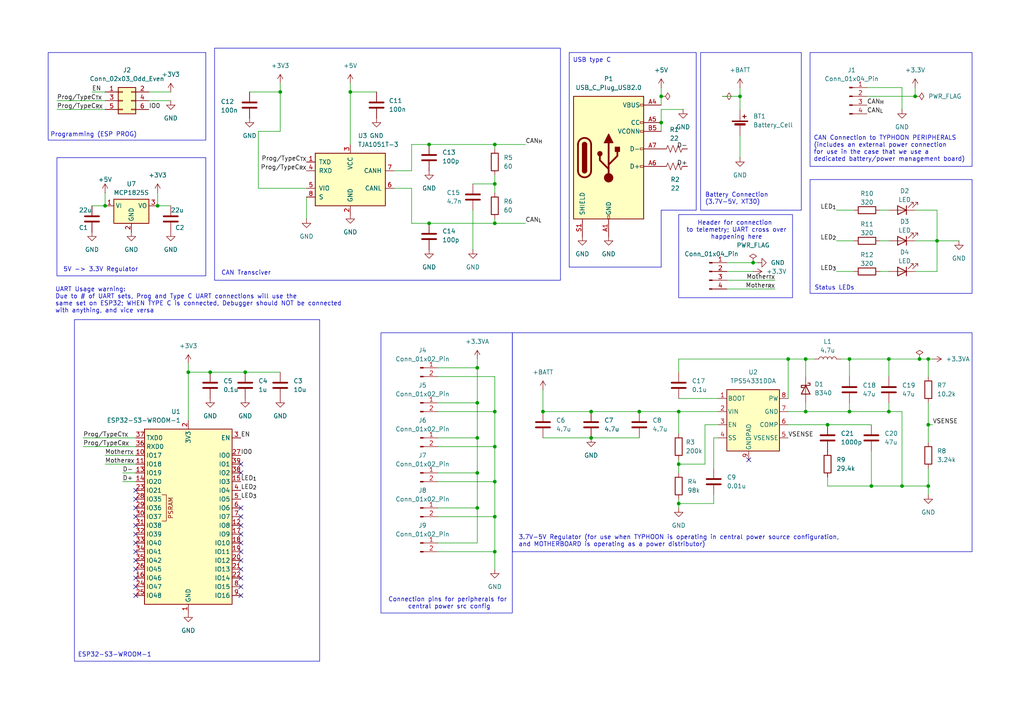
<source format=kicad_sch>
(kicad_sch (version 20231120) (generator "eeschema") (generator_version "8.0")
  (paper "A4")
  (lib_symbols
    (symbol "+3.3V_1" (power) (pin_numbers hide) (pin_names (offset 0) hide)
      (property "Value" "+3.3V" (at 0 3.556 0))
      (symbol "+3.3V_1_1_1"
        (pin power_in line (at 0 0 90) (length 0) (name "~") (number "1"))
      )
    )
    (symbol "Connector:Conn_01x02_Pin" (pin_names (offset 1.016) hide)
      (property "Reference" "J" (at 0 2.54 0))
      (property "Value" "Conn_01x02_Pin" (at 0 -5.08 0))
      (symbol "Conn_01x02_Pin_1_1"
        (pin passive line (at 5.08 0 180) (length 3.81) (name "Pin_1") (number "1"))
        (pin passive line (at 5.08 -2.54 180) (length 3.81) (name "Pin_2") (number "2"))
      )
    )
    (symbol "Connector:Conn_01x04_Pin" (pin_names (offset 1.016) hide)
      (property "Reference" "J" (at 0 5.08 0))
      (property "Value" "Conn_01x04_Pin" (at 0 -7.62 0))
      (symbol "Conn_01x04_Pin_1_1"
        (pin passive line (at 5.08 2.54 180) (length 3.81) (name "Pin_1") (number "1"))
        (pin passive line (at 5.08 0 180) (length 3.81) (name "Pin_2") (number "2"))
        (pin passive line (at 5.08 -2.54 180) (length 3.81) (name "Pin_3") (number "3"))
        (pin passive line (at 5.08 -5.08 180) (length 3.81) (name "Pin_4") (number "4"))
      )
    )
    (symbol "Connector:USB_C_Plug_USB2.0" (pin_names (offset 1.016))
      (property "Reference" "P" (at -10.16 19.05 0))
      (property "Value" "USB_C_Plug_USB2.0" (at 12.7 19.05 0))
      (symbol "USB_C_Plug_USB2.0_1_1"
        (pin passive line (at 0 -22.86 90) (length 5.08) (name "GND") (number "A1"))
        (pin passive line (at 0 -22.86 90) (length 5.08) hide (name "GND") (number "A12"))
        (pin passive line (at 15.24 15.24 180) (length 5.08) (name "VBUS") (number "A4"))
        (pin bidirectional line (at 15.24 10.16 180) (length 5.08) (name "CC") (number "A5"))
        (pin bidirectional line (at 15.24 -2.54 180) (length 5.08) (name "D+") (number "A6"))
        (pin bidirectional line (at 15.24 2.54 180) (length 5.08) (name "D-") (number "A7"))
        (pin passive line (at 15.24 15.24 180) (length 5.08) hide (name "VBUS") (number "A9"))
        (pin passive line (at 0 -22.86 90) (length 5.08) hide (name "GND") (number "B1"))
        (pin passive line (at 0 -22.86 90) (length 5.08) hide (name "GND") (number "B12"))
        (pin passive line (at 15.24 15.24 180) (length 5.08) hide (name "VBUS") (number "B4"))
        (pin bidirectional line (at 15.24 7.62 180) (length 5.08) (name "VCONN") (number "B5"))
        (pin passive line (at 15.24 15.24 180) (length 5.08) hide (name "VBUS") (number "B9"))
        (pin passive line (at -7.62 -22.86 90) (length 5.08) (name "SHIELD") (number "S1"))
      )
    )
    (symbol "Connector_Generic:Conn_02x03_Odd_Even" (pin_names (offset 1.016) hide)
      (property "Reference" "J" (at 1.27 5.08 0))
      (property "Value" "Conn_02x03_Odd_Even" (at 1.27 -5.08 0))
      (symbol "Conn_02x03_Odd_Even_1_1"
        (pin passive line (at -5.08 2.54 0) (length 3.81) (name "Pin_1") (number "1"))
        (pin passive line (at 7.62 2.54 180) (length 3.81) (name "Pin_2") (number "2"))
        (pin passive line (at -5.08 0 0) (length 3.81) (name "Pin_3") (number "3"))
        (pin passive line (at 7.62 0 180) (length 3.81) (name "Pin_4") (number "4"))
        (pin passive line (at -5.08 -2.54 0) (length 3.81) (name "Pin_5") (number "5"))
        (pin passive line (at 7.62 -2.54 180) (length 3.81) (name "Pin_6") (number "6"))
      )
    )
    (symbol "Device:Battery_Cell" (pin_numbers hide) (pin_names (offset 0) hide)
      (property "Reference" "BT" (at 2.54 2.54 0))
      (property "Value" "Battery_Cell" (at 2.54 0 0))
      (symbol "Battery_Cell_1_1"
        (pin passive line (at 0 5.08 270) (length 2.54) (name "+") (number "1"))
        (pin passive line (at 0 -2.54 90) (length 2.54) (name "-") (number "2"))
      )
    )
    (symbol "Device:C" (pin_numbers hide) (pin_names (offset 0.254))
      (property "Reference" "C" (at 0.635 2.54 0))
      (property "Value" "C" (at 0.635 -2.54 0))
      (symbol "C_1_1"
        (pin passive line (at 0 3.81 270) (length 2.794) (name "~") (number "1"))
        (pin passive line (at 0 -3.81 90) (length 2.794) (name "~") (number "2"))
      )
    )
    (symbol "Device:L" (pin_numbers hide) (pin_names (offset 1.016) hide)
      (property "Reference" "L" (at -1.27 0 90))
      (property "Value" "L" (at 1.905 0 90))
      (symbol "L_1_1"
        (pin passive line (at 0 3.81 270) (length 1.27) (name "1") (number "1"))
        (pin passive line (at 0 -3.81 90) (length 1.27) (name "2") (number "2"))
      )
    )
    (symbol "Device:LED" (pin_numbers hide) (pin_names (offset 1.016) hide)
      (property "Reference" "D" (at 0 2.54 0))
      (property "Value" "LED" (at 0 -2.54 0))
      (symbol "LED_1_1"
        (pin passive line (at -3.81 0 0) (length 2.54) (name "K") (number "1"))
        (pin passive line (at 3.81 0 180) (length 2.54) (name "A") (number "2"))
      )
    )
    (symbol "Device:R" (pin_numbers hide) (pin_names (offset 0))
      (property "Reference" "R" (at 2.032 0 90))
      (property "Value" "R" (at 0 0 90))
      (symbol "R_1_1"
        (pin passive line (at 0 3.81 270) (length 1.27) (name "~") (number "1"))
        (pin passive line (at 0 -3.81 90) (length 1.27) (name "~") (number "2"))
      )
    )
    (symbol "Device:R_US" (pin_numbers hide) (pin_names (offset 0))
      (property "Reference" "R" (at 2.54 0 90))
      (property "Value" "R_US" (at -2.54 0 90))
      (symbol "R_US_1_1"
        (pin passive line (at 0 3.81 270) (length 1.27) (name "~") (number "1"))
        (pin passive line (at 0 -3.81 90) (length 1.27) (name "~") (number "2"))
      )
    )
    (symbol "Diode:B340" (pin_numbers hide) (pin_names (offset 1.016) hide)
      (property "Reference" "D" (at 0 2.54 0))
      (property "Value" "B340" (at 0 -2.54 0))
      (symbol "B340_1_1"
        (pin passive line (at -3.81 0 0) (length 2.54) (name "K") (number "1"))
        (pin passive line (at 3.81 0 180) (length 2.54) (name "A") (number "2"))
      )
    )
    (symbol "GND_2" (power) (pin_numbers hide) (pin_names (offset 0) hide)
      (property "Value" "GND" (at 0 -3.81 0))
      (symbol "GND_2_1_1"
        (pin power_in line (at 0 0 270) (length 0) (name "~") (number "1"))
      )
    )
    (symbol "Interface_CAN_LIN:TJA1051T-3" (pin_names (offset 1.016))
      (property "Reference" "U" (at -10.16 8.89 0))
      (property "Value" "TJA1051T-3" (at 1.27 8.89 0))
      (symbol "TJA1051T-3_1_1"
        (pin input line (at -12.7 5.08 0) (length 2.54) (name "TXD") (number "1"))
        (pin power_in line (at 0 -10.16 90) (length 2.54) (name "GND") (number "2"))
        (pin power_in line (at 0 10.16 270) (length 2.54) (name "VCC") (number "3"))
        (pin output line (at -12.7 2.54 0) (length 2.54) (name "RXD") (number "4"))
        (pin power_in line (at -12.7 -2.54 0) (length 2.54) (name "VIO") (number "5"))
        (pin bidirectional line (at 12.7 -2.54 180) (length 2.54) (name "CANL") (number "6"))
        (pin bidirectional line (at 12.7 2.54 180) (length 2.54) (name "CANH") (number "7"))
        (pin input line (at -12.7 -5.08 0) (length 2.54) (name "S") (number "8"))
      )
    )
    (symbol "RF_Module:ESP32-S3-WROOM-1"
      (property "Reference" "U" (at -12.7 26.67 0))
      (property "Value" "ESP32-S3-WROOM-1" (at 12.7 26.67 0))
      (symbol "ESP32-S3-WROOM-1_0_0"
        (text "PSRAM" (at 5.08 2.54 900) (effects (font (size 1.27 1.27))))
      )
      (symbol "ESP32-S3-WROOM-1_1_1"
        (pin power_in line (at 0 -27.94 90) (length 2.54) (name "GND") (number "1"))
        (pin bidirectional line (at 15.24 17.78 180) (length 2.54) (name "IO17") (number "10"))
        (pin bidirectional line (at 15.24 15.24 180) (length 2.54) (name "IO18") (number "11"))
        (pin bidirectional line (at -15.24 -2.54 0) (length 2.54) (name "IO8") (number "12"))
        (pin bidirectional line (at 15.24 12.7 180) (length 2.54) (name "IO19") (number "13"))
        (pin bidirectional line (at 15.24 10.16 180) (length 2.54) (name "IO20") (number "14"))
        (pin bidirectional line (at -15.24 10.16 0) (length 2.54) (name "IO3") (number "15"))
        (pin bidirectional line (at 15.24 -17.78 180) (length 2.54) (name "IO46") (number "16"))
        (pin bidirectional line (at -15.24 -5.08 0) (length 2.54) (name "IO9") (number "17"))
        (pin bidirectional line (at -15.24 -7.62 0) (length 2.54) (name "IO10") (number "18"))
        (pin bidirectional line (at -15.24 -10.16 0) (length 2.54) (name "IO11") (number "19"))
        (pin power_in line (at 0 27.94 270) (length 2.54) (name "3V3") (number "2"))
        (pin bidirectional line (at -15.24 -12.7 0) (length 2.54) (name "IO12") (number "20"))
        (pin bidirectional line (at -15.24 -15.24 0) (length 2.54) (name "IO13") (number "21"))
        (pin bidirectional line (at -15.24 -17.78 0) (length 2.54) (name "IO14") (number "22"))
        (pin bidirectional line (at 15.24 7.62 180) (length 2.54) (name "IO21") (number "23"))
        (pin bidirectional line (at 15.24 -20.32 180) (length 2.54) (name "IO47") (number "24"))
        (pin bidirectional line (at 15.24 -22.86 180) (length 2.54) (name "IO48") (number "25"))
        (pin bidirectional line (at 15.24 -15.24 180) (length 2.54) (name "IO45") (number "26"))
        (pin bidirectional line (at -15.24 17.78 0) (length 2.54) (name "IO0") (number "27"))
        (pin bidirectional line (at 15.24 5.08 180) (length 2.54) (name "IO35") (number "28"))
        (pin bidirectional line (at 15.24 2.54 180) (length 2.54) (name "IO36") (number "29"))
        (pin input line (at -15.24 22.86 0) (length 2.54) (name "EN") (number "3"))
        (pin bidirectional line (at 15.24 0 180) (length 2.54) (name "IO37") (number "30"))
        (pin bidirectional line (at 15.24 -2.54 180) (length 2.54) (name "IO38") (number "31"))
        (pin bidirectional line (at 15.24 -5.08 180) (length 2.54) (name "IO39") (number "32"))
        (pin bidirectional line (at 15.24 -7.62 180) (length 2.54) (name "IO40") (number "33"))
        (pin bidirectional line (at 15.24 -10.16 180) (length 2.54) (name "IO41") (number "34"))
        (pin bidirectional line (at 15.24 -12.7 180) (length 2.54) (name "IO42") (number "35"))
        (pin bidirectional line (at 15.24 20.32 180) (length 2.54) (name "RXD0") (number "36"))
        (pin bidirectional line (at 15.24 22.86 180) (length 2.54) (name "TXD0") (number "37"))
        (pin bidirectional line (at -15.24 12.7 0) (length 2.54) (name "IO2") (number "38"))
        (pin bidirectional line (at -15.24 15.24 0) (length 2.54) (name "IO1") (number "39"))
        (pin bidirectional line (at -15.24 7.62 0) (length 2.54) (name "IO4") (number "4"))
        (pin passive line (at 0 -27.94 90) (length 2.54) hide (name "GND") (number "40"))
        (pin passive line (at 0 -27.94 90) (length 2.54) hide (name "GND") (number "41"))
        (pin bidirectional line (at -15.24 5.08 0) (length 2.54) (name "IO5") (number "5"))
        (pin bidirectional line (at -15.24 2.54 0) (length 2.54) (name "IO6") (number "6"))
        (pin bidirectional line (at -15.24 0 0) (length 2.54) (name "IO7") (number "7"))
        (pin bidirectional line (at -15.24 -20.32 0) (length 2.54) (name "IO15") (number "8"))
        (pin bidirectional line (at -15.24 -22.86 0) (length 2.54) (name "IO16") (number "9"))
      )
    )
    (symbol "Regulator_Linear:MCP1825S"
      (property "Reference" "U" (at -3.81 3.175 0))
      (property "Value" "MCP1825S" (at 0 3.175 0))
      (symbol "MCP1825S_1_1"
        (pin power_in line (at -7.62 0 0) (length 2.54) (name "VI") (number "1"))
        (pin power_in line (at 0 -7.62 90) (length 2.54) (name "GND") (number "2"))
        (pin power_out line (at 7.62 0 180) (length 2.54) (name "VO") (number "3"))
      )
    )
    (symbol "Regulator_Switching:TPS54360DDA" (pin_names (offset 0.254))
      (property "Reference" "U2" (at 0 12.7 0))
      (property "Value" "TPS54360DDA" (at 0 10.16 0))
      (symbol "TPS54360DDA_1_1"
        (pin input line (at -10.16 5.08 0) (length 2.54) (name "BOOT") (number "1"))
        (pin power_in line (at -10.16 1.27 0) (length 2.54) (name "VIN") (number "2"))
        (pin input line (at -10.16 -2.54 0) (length 2.54) (name "EN") (number "3"))
        (pin input line (at -10.16 -6.35 0) (length 2.54) (name "SS") (number "4"))
        (pin input line (at 10.16 -6.35 180) (length 2.54) (name "VSENSE") (number "5"))
        (pin passive line (at 10.16 -2.54 180) (length 2.54) (name "COMP") (number "6"))
        (pin power_in line (at 10.16 1.27 180) (length 2.54) (name "GND") (number "7"))
        (pin output line (at 10.16 5.08 180) (length 2.54) (name "PW") (number "8"))
        (pin power_in line (at -1.27 -12.7 90) (length 2.54) (name "GNDPAD") (number "9"))
      )
    )
    (symbol "power:+3.3V" (power) (pin_names (offset 0))
      (property "Value" "+3.3V" (at 0 3.556 0))
      (symbol "+3.3V_1_1"
        (pin power_in line (at 0 0 90) (length 0) hide (name "+3.3V") (number "1"))
      )
    )
    (symbol "power:+3.3VA" (power) (pin_numbers hide) (pin_names (offset 0) hide)
      (property "Value" "+3.3VA" (at 0 3.556 0))
      (symbol "+3.3VA_1_1"
        (pin power_in line (at 0 0 90) (length 0) (name "~") (number "1"))
      )
    )
    (symbol "power:+3V3" (power) (pin_numbers hide) (pin_names (offset 0) hide)
      (property "Value" "+3V3" (at 0 3.556 0))
      (symbol "+3V3_1_1"
        (pin power_in line (at 0 0 90) (length 0) (name "~") (number "1"))
      )
    )
    (symbol "power:+5V" (power) (pin_numbers hide) (pin_names (offset 0) hide)
      (property "Value" "+5V" (at 0 3.556 0))
      (symbol "+5V_1_1"
        (pin power_in line (at 0 0 90) (length 0) (name "~") (number "1"))
      )
    )
    (symbol "power:+BATT" (power) (pin_numbers hide) (pin_names (offset 0) hide)
      (property "Value" "+BATT" (at 0 3.556 0))
      (symbol "+BATT_1_1"
        (pin power_in line (at 0 0 90) (length 0) (name "~") (number "1"))
      )
    )
    (symbol "power:GND" (power) (pin_numbers hide) (pin_names (offset 0) hide)
      (property "Value" "GND" (at 0 -3.81 0))
      (symbol "GND_1_1"
        (pin power_in line (at 0 0 270) (length 0) (name "~") (number "1"))
      )
    )
    (symbol "power:PWR_FLAG" (power) (pin_numbers hide) (pin_names (offset 0) hide)
      (property "Value" "PWR_FLAG" (at 0 3.81 0))
      (symbol "PWR_FLAG_0_0"
        (pin power_out line (at 0 0 90) (length 0) (name "~") (number "1"))
      )
    )
  )
  (junction (at 185.42 119.38))
  (junction (at 138.43 137.16))
  (junction (at 252.73 140.97))
  (junction (at 196.85 146.05))
  (junction (at 54.61 107.95))
  (junction (at 218.44 76.2))
  (junction (at 191.77 35.56))
  (junction (at 171.45 127))
  (junction (at 143.51 139.7))
  (junction (at 143.51 64.77))
  (junction (at 228.6 104.14))
  (junction (at 246.38 104.14))
  (junction (at 143.51 160.02))
  (junction (at 240.03 123.19))
  (junction (at 30.48 59.69))
  (junction (at 143.51 149.86))
  (junction (at 269.24 140.97))
  (junction (at 171.45 119.38))
  (junction (at 257.81 104.14))
  (junction (at 246.38 119.38))
  (junction (at 124.46 41.91))
  (junction (at 143.51 53.34))
  (junction (at 233.68 119.38))
  (junction (at 124.46 64.77))
  (junction (at 138.43 106.68))
  (junction (at 138.43 127))
  (junction (at 271.78 69.85))
  (junction (at 138.43 147.32))
  (junction (at 138.43 116.84))
  (junction (at 214.63 27.94))
  (junction (at 143.51 119.38))
  (junction (at 261.62 140.97))
  (junction (at 71.12 107.95))
  (junction (at 81.28 26.67))
  (junction (at 257.81 119.38))
  (junction (at 60.96 107.95))
  (junction (at 269.24 104.14))
  (junction (at 196.85 119.38))
  (junction (at 101.6 26.67))
  (junction (at 157.48 119.38))
  (junction (at 196.85 134.62))
  (junction (at 45.72 59.69))
  (junction (at 269.24 123.19))
  (junction (at 191.77 27.94))
  (junction (at 143.51 41.91))
  (junction (at 143.51 129.54))
  (junction (at 233.68 104.14))
  (junction (at 265.43 27.94))
  (junction (at 266.7 104.14))
  (no_connect (at 69.85 149.86))
  (no_connect (at 39.37 172.72))
  (no_connect (at 39.37 160.02))
  (no_connect (at 39.37 154.94))
  (no_connect (at 69.85 147.32))
  (no_connect (at 39.37 147.32))
  (no_connect (at 69.85 137.16))
  (no_connect (at 69.85 162.56))
  (no_connect (at 69.85 167.64))
  (no_connect (at 69.85 160.02))
  (no_connect (at 39.37 142.24))
  (no_connect (at 69.85 157.48))
  (no_connect (at 39.37 144.78))
  (no_connect (at 39.37 165.1))
  (no_connect (at 69.85 172.72))
  (no_connect (at 69.85 154.94))
  (no_connect (at 39.37 170.18))
  (no_connect (at 39.37 152.4))
  (no_connect (at 69.85 165.1))
  (no_connect (at 39.37 162.56))
  (no_connect (at 69.85 134.62))
  (no_connect (at 69.85 152.4))
  (no_connect (at 39.37 167.64))
  (no_connect (at 39.37 157.48))
  (no_connect (at 217.17 133.35))
  (no_connect (at 69.85 170.18))
  (no_connect (at 39.37 149.86))
  (wire (pts (xy 243.84 104.14) (xy 246.38 104.14)))
  (wire (pts (xy 157.48 119.38) (xy 171.45 119.38)))
  (wire (pts (xy 157.48 113.03) (xy 157.48 119.38)))
  (wire (pts (xy 49.53 59.69) (xy 45.72 59.69)))
  (wire (pts (xy 30.48 55.88) (xy 30.48 59.69)))
  (wire (pts (xy 24.13 129.54) (xy 39.37 129.54)))
  (wire (pts (xy 157.48 127) (xy 171.45 127)))
  (wire (pts (xy 233.68 109.22) (xy 233.68 104.14)))
  (wire (pts (xy 196.85 134.62) (xy 196.85 137.16)))
  (wire (pts (xy 191.77 35.56) (xy 191.77 38.1)))
  (wire (pts (xy 269.24 123.19) (xy 269.24 128.27)))
  (wire (pts (xy 271.78 69.85) (xy 271.78 78.74)))
  (wire (pts (xy 261.62 25.4) (xy 251.46 25.4)))
  (wire (pts (xy 198.12 31.75) (xy 191.77 31.75)))
  (wire (pts (xy 257.81 119.38) (xy 261.62 119.38)))
  (wire (pts (xy 266.7 104.14) (xy 269.24 104.14)))
  (wire (pts (xy 265.43 25.4) (xy 265.43 27.94)))
  (wire (pts (xy 196.85 119.38) (xy 196.85 125.73)))
  (wire (pts (xy 204.47 134.62) (xy 196.85 134.62)))
  (wire (pts (xy 26.67 59.69) (xy 30.48 59.69)))
  (wire (pts (xy 127 149.86) (xy 143.51 149.86)))
  (wire (pts (xy 16.51 29.21) (xy 30.48 29.21)))
  (wire (pts (xy 119.38 64.77) (xy 119.38 54.61)))
  (wire (pts (xy 255.27 69.85) (xy 257.81 69.85)))
  (wire (pts (xy 240.03 140.97) (xy 252.73 140.97)))
  (wire (pts (xy 143.51 63.5) (xy 143.51 64.77)))
  (wire (pts (xy 265.43 27.94) (xy 251.46 27.94)))
  (wire (pts (xy 196.85 147.32) (xy 196.85 146.05)))
  (wire (pts (xy 88.9 63.5) (xy 88.9 57.15)))
  (wire (pts (xy 185.42 119.38) (xy 196.85 119.38)))
  (wire (pts (xy 101.6 24.13) (xy 101.6 26.67)))
  (polyline (pts (xy 201.93 60.96) (xy 191.77 60.96)))
  (wire (pts (xy 54.61 105.41) (xy 54.61 107.95)))
  (wire (pts (xy 127 139.7) (xy 143.51 139.7)))
  (wire (pts (xy 137.16 72.39) (xy 137.16 60.96)))
  (wire (pts (xy 240.03 123.19) (xy 252.73 123.19)))
  (wire (pts (xy 114.3 49.53) (xy 119.38 49.53)))
  (wire (pts (xy 233.68 119.38) (xy 246.38 119.38)))
  (wire (pts (xy 246.38 119.38) (xy 257.81 119.38)))
  (polyline (pts (xy 165.1 15.24) (xy 201.93 15.24)))
  (wire (pts (xy 49.53 29.21) (xy 43.18 29.21)))
  (wire (pts (xy 252.73 130.81) (xy 252.73 140.97)))
  (wire (pts (xy 127 157.48) (xy 138.43 157.48)))
  (wire (pts (xy 196.85 146.05) (xy 207.01 146.05)))
  (wire (pts (xy 71.12 107.95) (xy 81.28 107.95)))
  (wire (pts (xy 81.28 24.13) (xy 81.28 26.67)))
  (wire (pts (xy 265.43 69.85) (xy 271.78 69.85)))
  (wire (pts (xy 233.68 104.14) (xy 228.6 104.14)))
  (wire (pts (xy 246.38 104.14) (xy 257.81 104.14)))
  (wire (pts (xy 127 129.54) (xy 143.51 129.54)))
  (wire (pts (xy 60.96 107.95) (xy 71.12 107.95)))
  (wire (pts (xy 138.43 104.14) (xy 138.43 106.68)))
  (wire (pts (xy 196.85 104.14) (xy 228.6 104.14)))
  (polyline (pts (xy 191.77 60.96) (xy 191.77 77.47)))
  (wire (pts (xy 101.6 26.67) (xy 101.6 41.91)))
  (wire (pts (xy 143.51 160.02) (xy 143.51 165.1)))
  (wire (pts (xy 246.38 104.14) (xy 246.38 109.22)))
  (wire (pts (xy 214.63 39.37) (xy 214.63 45.72)))
  (wire (pts (xy 171.45 127) (xy 185.42 127)))
  (wire (pts (xy 26.67 26.67) (xy 30.48 26.67)))
  (wire (pts (xy 214.63 27.94) (xy 209.55 27.94)))
  (wire (pts (xy 210.82 81.28) (xy 224.79 81.28)))
  (wire (pts (xy 207.01 135.89) (xy 207.01 127)))
  (wire (pts (xy 74.93 38.1) (xy 81.28 38.1)))
  (wire (pts (xy 143.51 41.91) (xy 152.4 41.91)))
  (wire (pts (xy 127 127) (xy 138.43 127)))
  (wire (pts (xy 191.77 27.94) (xy 191.77 30.48)))
  (wire (pts (xy 257.81 104.14) (xy 266.7 104.14)))
  (wire (pts (xy 271.78 78.74) (xy 265.43 78.74)))
  (wire (pts (xy 261.62 140.97) (xy 269.24 140.97)))
  (wire (pts (xy 119.38 49.53) (xy 119.38 41.91)))
  (wire (pts (xy 255.27 78.74) (xy 257.81 78.74)))
  (wire (pts (xy 124.46 41.91) (xy 143.51 41.91)))
  (wire (pts (xy 207.01 143.51) (xy 207.01 146.05)))
  (wire (pts (xy 257.81 116.84) (xy 257.81 119.38)))
  (wire (pts (xy 74.93 38.1) (xy 74.93 54.61)))
  (wire (pts (xy 210.82 78.74) (xy 218.44 78.74)))
  (wire (pts (xy 218.44 76.2) (xy 219.71 76.2)))
  (wire (pts (xy 196.85 133.35) (xy 196.85 134.62)))
  (wire (pts (xy 143.51 109.22) (xy 143.51 119.38)))
  (polyline (pts (xy 165.1 15.24) (xy 165.1 77.47)))
  (wire (pts (xy 143.51 53.34) (xy 143.51 55.88)))
  (wire (pts (xy 208.28 123.19) (xy 204.47 123.19)))
  (wire (pts (xy 138.43 147.32) (xy 138.43 157.48)))
  (wire (pts (xy 143.51 53.34) (xy 143.51 50.8)))
  (wire (pts (xy 191.77 31.75) (xy 191.77 35.56)))
  (wire (pts (xy 208.28 119.38) (xy 196.85 119.38)))
  (wire (pts (xy 228.6 119.38) (xy 233.68 119.38)))
  (wire (pts (xy 269.24 140.97) (xy 269.24 135.89)))
  (wire (pts (xy 240.03 138.43) (xy 240.03 140.97)))
  (wire (pts (xy 127 109.22) (xy 143.51 109.22)))
  (wire (pts (xy 24.13 127) (xy 39.37 127)))
  (wire (pts (xy 109.22 26.67) (xy 101.6 26.67)))
  (wire (pts (xy 143.51 64.77) (xy 152.4 64.77)))
  (wire (pts (xy 138.43 116.84) (xy 138.43 127)))
  (wire (pts (xy 191.77 25.4) (xy 191.77 27.94)))
  (wire (pts (xy 270.51 123.19) (xy 269.24 123.19)))
  (wire (pts (xy 233.68 119.38) (xy 233.68 116.84)))
  (wire (pts (xy 54.61 107.95) (xy 54.61 121.92)))
  (wire (pts (xy 171.45 119.38) (xy 185.42 119.38)))
  (wire (pts (xy 143.51 149.86) (xy 143.51 160.02)))
  (wire (pts (xy 143.51 119.38) (xy 143.51 129.54)))
  (wire (pts (xy 269.24 140.97) (xy 269.24 143.51)))
  (polyline (pts (xy 201.93 15.24) (xy 201.93 60.96)))
  (wire (pts (xy 119.38 64.77) (xy 124.46 64.77)))
  (wire (pts (xy 143.51 129.54) (xy 143.51 139.7)))
  (wire (pts (xy 138.43 127) (xy 138.43 137.16)))
  (wire (pts (xy 210.82 76.2) (xy 218.44 76.2)))
  (wire (pts (xy 214.63 25.4) (xy 214.63 27.94)))
  (wire (pts (xy 35.56 139.7) (xy 39.37 139.7)))
  (wire (pts (xy 45.72 55.88) (xy 45.72 59.69)))
  (wire (pts (xy 261.62 119.38) (xy 261.62 140.97)))
  (wire (pts (xy 138.43 137.16) (xy 138.43 147.32)))
  (wire (pts (xy 204.47 123.19) (xy 204.47 134.62)))
  (wire (pts (xy 127 147.32) (xy 138.43 147.32)))
  (wire (pts (xy 124.46 64.77) (xy 143.51 64.77)))
  (wire (pts (xy 30.48 132.08) (xy 39.37 132.08)))
  (wire (pts (xy 214.63 27.94) (xy 214.63 31.75)))
  (wire (pts (xy 196.85 144.78) (xy 196.85 146.05)))
  (wire (pts (xy 196.85 107.95) (xy 196.85 104.14)))
  (wire (pts (xy 207.01 127) (xy 208.28 127)))
  (wire (pts (xy 16.51 31.75) (xy 30.48 31.75)))
  (wire (pts (xy 127 106.68) (xy 138.43 106.68)))
  (wire (pts (xy 255.27 60.96) (xy 257.81 60.96)))
  (wire (pts (xy 49.53 26.67) (xy 43.18 26.67)))
  (wire (pts (xy 242.57 78.74) (xy 247.65 78.74)))
  (wire (pts (xy 210.82 83.82) (xy 224.79 83.82)))
  (wire (pts (xy 228.6 104.14) (xy 228.6 115.57)))
  (wire (pts (xy 271.78 60.96) (xy 271.78 69.85)))
  (wire (pts (xy 269.24 104.14) (xy 269.24 109.22)))
  (wire (pts (xy 228.6 123.19) (xy 240.03 123.19)))
  (wire (pts (xy 196.85 115.57) (xy 208.28 115.57)))
  (wire (pts (xy 143.51 139.7) (xy 143.51 149.86)))
  (wire (pts (xy 119.38 41.91) (xy 124.46 41.91)))
  (wire (pts (xy 127 116.84) (xy 138.43 116.84)))
  (wire (pts (xy 257.81 104.14) (xy 257.81 109.22)))
  (wire (pts (xy 271.78 69.85) (xy 278.13 69.85)))
  (wire (pts (xy 246.38 116.84) (xy 246.38 119.38)))
  (wire (pts (xy 138.43 106.68) (xy 138.43 116.84)))
  (wire (pts (xy 261.62 31.75) (xy 261.62 25.4)))
  (wire (pts (xy 143.51 41.91) (xy 143.51 43.18)))
  (wire (pts (xy 127 160.02) (xy 143.51 160.02)))
  (wire (pts (xy 81.28 26.67) (xy 81.28 38.1)))
  (wire (pts (xy 242.57 69.85) (xy 247.65 69.85)))
  (wire (pts (xy 137.16 53.34) (xy 143.51 53.34)))
  (wire (pts (xy 233.68 104.14) (xy 236.22 104.14)))
  (wire (pts (xy 252.73 140.97) (xy 261.62 140.97)))
  (wire (pts (xy 54.61 107.95) (xy 60.96 107.95)))
  (wire (pts (xy 269.24 104.14) (xy 270.51 104.14)))
  (wire (pts (xy 242.57 60.96) (xy 247.65 60.96)))
  (wire (pts (xy 72.39 26.67) (xy 81.28 26.67)))
  (wire (pts (xy 114.3 54.61) (xy 119.38 54.61)))
  (wire (pts (xy 30.48 134.62) (xy 39.37 134.62)))
  (wire (pts (xy 35.56 137.16) (xy 39.37 137.16)))
  (wire (pts (xy 127 119.38) (xy 143.51 119.38)))
  (wire (pts (xy 269.24 116.84) (xy 269.24 123.19)))
  (wire (pts (xy 265.43 60.96) (xy 271.78 60.96)))
  (wire (pts (xy 127 137.16) (xy 138.43 137.16)))
  (polyline (pts (xy 191.77 77.47) (xy 165.1 77.47)))
  (wire (pts (xy 88.9 54.61) (xy 74.93 54.61)))
  (rectangle (start 13.97 15.24) (end 59.69 40.64))
  (rectangle (start 21.59 92.71) (end 92.71 191.77))
  (rectangle (start 148.59 96.52) (end 281.94 160.02))
  (rectangle (start 234.95 52.07) (end 281.94 85.09))
  (rectangle (start 234.95 15.24) (end 281.94 48.26))
  (rectangle (start 203.2 15.24) (end 232.41 60.96))
  (rectangle (start 110.49 96.52) (end 148.59 177.8))
  (rectangle (start 62.23 13.97) (end 162.56 81.28))
  (rectangle (start 196.85 62.23) (end 229.87 86.36))
  (rectangle (start 16.51 45.72) (end 59.69 80.01))
  (text "Header for connection \nto telemetry; UART cross over\nhappening here\n\n\n" (at 213.614 68.834 0) (effects (font (size 1.27 1.27))))
  (text "Battery Connection\n(3.7V-5V, XT30)" (at 204.47 57.658 0) (effects (font (size 1.27 1.27)) (justify left)))
  (text "CAN Transciver" (at 71.374 79.248 0) (effects (font (size 1.27 1.27))))
  (text "Programming (ESP PROG)" (at 27.178 39.116 0) (effects (font (size 1.27 1.27))))
  (text "Status LEDs" (at 236.22 83.566 0) (effects (font (size 1.27 1.27)) (justify left)))
  (text "CAN Connection to TYPHOON PERIPHERALS\n(includes an external power connection\nfor use in the case that we use a\ndedicated battery/power management board)" (at 235.966 43.18 0) (effects (font (size 1.27 1.27)) (justify left)))
  (text "5V -> 3.3V Regulator" (at 29.21 78.232 0) (effects (font (size 1.27 1.27))))
  (text "3.7V-5V Regulator (for use when TYPHOON is operating in central power source configuration,\nand MOTHERBOARD is operating as a power distributor)" (at 150.368 156.972 0) (effects (font (size 1.27 1.27)) (justify left)))
  (text "USB type C\n" (at 171.704 17.526 0) (effects (font (size 1.27 1.27))))
  (text "ESP32-S3-WROOM-1" (at 33.274 189.992 0) (effects (font (size 1.27 1.27))))
  (text "UART Usage warning:\nDue to # of UART sets, Prog and Type C UART connections will use the \nsame set on ESP32; WHEN TYPE C is connected, Debugger should NOT be connected\nwith anything, and vice versa" (at 16.002 87.122 0) (effects (font (size 1.27 1.27)) (justify left)))
  (text "Connection pins for peripherals for \ncentral power src config\n" (at 130.302 175.006 0) (effects (font (size 1.27 1.27))))
  (label "CAN_{L}" (at 152.4 64.77 0))
  (label "D+" (at 199.39 48.26 180))
  (label "LED_{1}" (at 242.57 60.96 180))
  (label "VSENSE" (at 228.6 127 0))
  (label "EN" (at 69.85 127 0))
  (label "D-" (at 199.39 43.18 180))
  (label "Prog{slash}TypeC_{TX}" (at 88.9 46.99 180))
  (label "CAN_{L}" (at 251.46 33.02 0))
  (label "Prog{slash}TypeC_{TX}" (at 16.51 29.21 0))
  (label "LED_{3}" (at 242.57 78.74 180))
  (label "Prog{slash}TypeC_{RX}" (at 24.13 129.54 0))
  (label "Prog{slash}TypeC_{RX}" (at 88.9 49.53 180))
  (label "CAN_{H}" (at 152.4 41.91 0))
  (label "Mother_{TX}" (at 30.48 132.08 0))
  (label "Prog{slash}TypeC_{TX}" (at 24.13 127 0))
  (label "D-" (at 35.56 137.16 0))
  (label "Mother_{RX}" (at 224.79 83.82 180))
  (label "IO0" (at 69.85 132.08 0))
  (label "Mother_{RX}" (at 30.48 134.62 0))
  (label "LED_{3}" (at 69.85 144.78 0))
  (label "Mother_{TX}" (at 224.79 81.28 180))
  (label "LED_{1}" (at 69.85 139.7 0))
  (label "LED_{2}" (at 242.57 69.85 180))
  (label "IO0" (at 43.18 31.75 0))
  (label "CAN_{H}" (at 251.46 30.48 0))
  (label "Prog{slash}TypeC_{RX}" (at 16.51 31.75 0))
  (label "VSENSE" (at 270.51 123.19 0))
  (label "EN" (at 26.67 26.67 0))
  (label "LED_{2}" (at 69.85 142.24 0))
  (label "D+" (at 35.56 139.7 0))
  (symbol (lib_id "Device:C") (at 72.39 30.48 0) (unit 1)
    (property "Reference" "C12" (at 64.008 29.464 0) (effects (justify left)))
    (property "Value" "100n" (at 64.008 32.004 0) (effects (justify left)))
    (property "Footprint" "Capacitor_SMD:C_0603_1608Metric" (effects (hide yes)))
    (property "Description" "Unpolarized capacitor" (effects (hide yes)))
  )
  (symbol (lib_id "Device:R") (at 251.46 60.96 90) (unit 1)
    (property "Reference" "R10" (at 251.46 56.134 90))
    (property "Value" "320" (at 251.46 58.674 90))
    (property "Footprint" "Resistor_SMD:R_0603_1608Metric" (effects (hide yes)))
    (property "Description" "Resistor" (effects (hide yes)))
  )
  (symbol (lib_id "Device:C") (at 137.16 57.15 0) (unit 1)
    (property "Reference" "C15" (at 129.54 55.88 0) (effects (justify left)))
    (property "Value" "4.7n" (at 129.54 58.42 0) (effects (justify left)))
    (property "Footprint" "Capacitor_SMD:C_0603_1608Metric" (effects (hide yes)))
    (property "Description" "Unpolarized capacitor" (effects (hide yes)))
  )
  (symbol (lib_id "Device:C") (at 124.46 68.58 0) (unit 1)
    (property "Reference" "C14" (at 128.27 67.056 0) (effects (justify left)))
    (property "Value" "100p" (at 128.27 69.596 0) (effects (justify left)))
    (property "Footprint" "Capacitor_SMD:C_0603_1608Metric" (effects (hide yes)))
    (property "Description" "Unpolarized capacitor" (effects (hide yes)))
  )
  (symbol (lib_id "Device:R") (at 143.51 46.99 0) (unit 1)
    (property "Reference" "R5" (at 146.05 45.7199 0) (effects (justify left)))
    (property "Value" "60" (at 146.05 48.2599 0) (effects (justify left)))
    (property "Footprint" "Resistor_SMD:R_0603_1608Metric" (effects (hide yes)))
    (property "Description" "Resistor" (effects (hide yes)))
  )
  (symbol (lib_id "power:+BATT") (at 214.63 25.4 0) (unit 1)
    (property "Reference" "#PWR015" (effects (hide yes)))
    (property "Value" "+BATT" (at 214.63 20.32 0))
    (property "Description" "Power symbol creates a global label with name \"+BATT\"" (effects (hide yes)))
  )
  (symbol (lib_id "Device:R") (at 269.24 132.08 0) (unit 1)
    (property "Reference" "R8" (at 271.78 130.8099 0) (effects (justify left)))
    (property "Value" "3.24k" (at 271.78 133.3499 0) (effects (justify left)))
    (property "Footprint" "Resistor_SMD:R_0603_1608Metric" (effects (hide yes)))
    (property "Description" "Resistor" (effects (hide yes)))
  )
  (symbol (lib_id "power:+3V3") (at 101.6 24.13 0) (unit 1)
    (property "Reference" "#PWR032" (effects (hide yes)))
    (property "Value" "+5V" (at 101.6 19.05 0))
    (property "Description" "Power symbol creates a global label with name \"+3V3\"" (effects (hide yes)))
  )
  (symbol (lib_id "power:PWR_FLAG") (at 266.7 104.14 0) (unit 1)
    (property "Reference" "#FLG05" (effects (hide yes)))
    (property "Value" "PWR_FLAG" (effects (hide yes)))
    (property "Description" "Special symbol for telling ERC where power comes from" (effects (hide yes)))
  )
  (symbol (lib_id "power:GND") (at 72.39 34.29 0) (unit 1)
    (property "Reference" "#PWR033" (effects (hide yes)))
    (property "Value" "GND" (at 72.39 39.37 0))
    (property "Description" "Power symbol creates a global label with name \"GND\" , ground" (effects (hide yes)))
  )
  (symbol (lib_id "power:GND") (at 38.1 67.31 0) (unit 1)
    (property "Reference" "#PWR09" (effects (hide yes)))
    (property "Value" "GND" (at 38.1 72.39 0))
  )
  (symbol (lib_id "Device:C") (at 124.46 45.72 0) (unit 1)
    (property "Reference" "C13" (at 128.27 44.196 0) (effects (justify left)))
    (property "Value" "100p" (at 128.27 46.736 0) (effects (justify left)))
    (property "Footprint" "Capacitor_SMD:C_0603_1608Metric" (effects (hide yes)))
    (property "Description" "Unpolarized capacitor" (effects (hide yes)))
  )
  (symbol (lib_id "Device:R") (at 196.85 140.97 0) (unit 1)
    (property "Reference" "R4" (at 199.39 139.6999 0) (effects (justify left)))
    (property "Value" "98k" (at 199.39 142.2399 0) (effects (justify left)))
    (property "Footprint" "Resistor_SMD:R_0603_1608Metric" (effects (hide yes)))
    (property "Description" "Resistor" (effects (hide yes)))
  )
  (symbol (lib_id "Regulator_Switching:TPS54360DDA") (at 218.44 120.65 0) (unit 1)
    (property "Reference" "U2" (at 218.44 107.95 0))
    (property "Value" "TPS54331DDA" (at 218.44 110.49 0))
    (property "Footprint" "Package_SO:TI_SO-PowerPAD-8_ThermalVias" (effects (hide yes)))
    (property "Datasheet" "https://www.ti.com/lit/ds/symlink/tps54331.pdf?HQS=dis-dk-null-digikeymode-dsf-pf-null-wwe&ts=1722102697672&ref_url=https%3A%2F%2Fwww.ti.com%2Fgeneral%2Fdocs%2Fsuppproductinfo.tsp%3FdistId%3D10%26gotoUrl%3Dhttps%3A%2F%2Fwww.ti.com%2Flit%2Fgpn%2Ftps54331" (effects (hide yes)))
    (property "Description" "3.5A, Step Down DC-DC Converter with Eco-mode, 4.5-60V Input Voltage, PowerSO-8" (effects (hide yes)))
  )
  (symbol (lib_id "power:GND") (at 49.53 29.21 0) (unit 1)
    (property "Reference" "#PWR019" (effects (hide yes)))
    (property "Value" "GND" (at 49.53 34.29 0))
    (property "Description" "Power symbol creates a global label with name \"GND\" , ground" (effects (hide yes)))
  )
  (symbol (lib_id "Device:R_US") (at 195.58 43.18 90) (unit 1)
    (property "Reference" "R1" (at 195.58 37.592 90))
    (property "Value" "22" (at 195.58 40.132 90))
    (property "Footprint" "Resistor_SMD:R_0603_1608Metric" (effects (hide yes)))
    (property "Description" "Resistor, US symbol" (effects (hide yes)))
  )
  (symbol (lib_id "power:+3.3VA") (at 270.51 104.14 270) (unit 1)
    (property "Reference" "#PWR025" (effects (hide yes)))
    (property "Value" "+3.3VA" (at 274.32 104.1399 90) (effects (justify left)))
    (property "Description" "Power symbol creates a global label with name \"+3.3VA\"" (effects (hide yes)))
  )
  (symbol (lib_id "power:+3V3") (at 49.53 26.67 0) (unit 1)
    (property "Reference" "#PWR018" (effects (hide yes)))
    (property "Value" "+3V3" (at 49.53 21.59 0))
    (property "Description" "Power symbol creates a global label with name \"+3V3\"" (effects (hide yes)))
  )
  (symbol (lib_id "power:PWR_FLAG") (at 265.43 27.94 270) (unit 1)
    (property "Reference" "#FLG03" (effects (hide yes)))
    (property "Value" "PWR_FLAG" (at 269.24 27.9399 90) (effects (justify left)))
    (property "Description" "Special symbol for telling ERC where power comes from" (effects (hide yes)))
  )
  (symbol (lib_id "power:GND") (at 214.63 45.72 0) (unit 1)
    (property "Reference" "#PWR027" (effects (hide yes)))
    (property "Value" "GND" (at 214.63 50.8 0))
    (property "Description" "Power symbol creates a global label with name \"GND\" , ground" (effects (hide yes)))
  )
  (symbol (lib_id "power:PWR_FLAG") (at 218.44 76.2 0) (unit 1)
    (property "Reference" "#FLG01" (effects (hide yes)))
    (property "Value" "PWR_FLAG" (at 218.44 71.12 0))
    (property "Description" "Special symbol for telling ERC where power comes from" (effects (hide yes)))
  )
  (symbol (lib_id "power:GND") (at 60.96 115.57 0) (unit 1)
    (property "Reference" "#PWR022" (effects (hide yes)))
    (property "Value" "GND" (at 60.96 120.65 0))
    (property "Description" "Power symbol creates a global label with name \"GND\" , ground" (effects (hide yes)))
  )
  (symbol (lib_id "Device:R_US") (at 195.58 48.26 90) (unit 1)
    (property "Reference" "R2" (at 195.834 52.07 90))
    (property "Value" "22" (at 195.834 54.61 90))
    (property "Footprint" "Resistor_SMD:R_0603_1608Metric" (effects (hide yes)))
    (property "Description" "Resistor, US symbol" (effects (hide yes)))
  )
  (symbol (lib_id "power:+BATT") (at 157.48 113.03 0) (unit 1)
    (property "Reference" "#PWR028" (effects (hide yes)))
    (property "Value" "+BATT" (at 157.48 107.95 0))
    (property "Description" "Power symbol creates a global label with name \"+BATT\"" (effects (hide yes)))
  )
  (symbol (lib_id "power:GND") (at 124.46 49.53 0) (unit 1)
    (property "Reference" "#PWR023" (effects (hide yes)))
    (property "Value" "GND" (at 124.46 54.61 0))
    (property "Description" "Power symbol creates a global label with name \"GND\" , ground" (effects (hide yes)))
  )
  (symbol (lib_id "RF_Module:ESP32-S3-WROOM-1") (at 54.61 149.86 0) (mirror y) (unit 1)
    (property "Reference" "U1" (at 52.4159 119.38 0) (effects (justify left)))
    (property "Value" "ESP32-S3-WROOM-1" (at 52.4159 121.92 0) (effects (justify left)))
    (property "Footprint" "RF_Module:ESP32-S3-WROOM-1" (effects (hide yes)))
    (property "Datasheet" "https://www.espressif.com/sites/default/files/documentation/esp32-s3-wroom-1_wroom-1u_datasheet_en.pdf" (effects (hide yes)))
    (property "Description" "RF Module, ESP32-S3 SoC, Wi-Fi 802.11b/g/n, Bluetooth, BLE, 32-bit, 3.3V, onboard antenna, SMD" (effects (hide yes)))
  )
  (symbol (lib_id "Device:R") (at 251.46 78.74 90) (unit 1)
    (property "Reference" "R12" (at 251.46 73.914 90))
    (property "Value" "320" (at 251.46 76.454 90))
    (property "Footprint" "Resistor_SMD:R_0603_1608Metric" (effects (hide yes)))
    (property "Description" "Resistor" (effects (hide yes)))
  )
  (symbol (lib_id "power:GND") (at 54.61 177.8 0) (unit 1)
    (property "Reference" "#PWR04" (effects (hide yes)))
    (property "Value" "GND" (at 54.61 182.88 0))
    (property "Description" "Power symbol creates a global label with name \"GND\" , ground" (effects (hide yes)))
  )
  (symbol (lib_id "power:GND") (at 137.16 72.39 0) (unit 1)
    (property "Reference" "#PWR031" (effects (hide yes)))
    (property "Value" "GND" (at 137.16 77.47 0))
    (property "Description" "Power symbol creates a global label with name \"GND\" , ground" (effects (hide yes)))
  )
  (symbol (lib_id "Regulator_Linear:MCP1825S") (at 38.1 59.69 0) (unit 1)
    (property "Reference" "U7" (at 38.1 53.34 0))
    (property "Value" "MCP1825S" (at 38.1 55.88 0))
    (property "Footprint" "Package_TO_SOT_SMD:SOT-223-3_TabPin2" (effects (hide yes)))
    (property "Datasheet" "http://ww1.microchip.com/downloads/en/devicedoc/22056b.pdf" (effects (hide yes)))
    (property "Description" "500mA, Low-Voltage, Low Quiescent Current LDO Regulator, SOT-223, TO-220, TO-263" (effects (hide yes)))
  )
  (symbol (lib_id "power:+3.3V") (at 45.72 55.88 0) (unit 1)
    (property "Reference" "#PWR010" (effects (hide yes)))
    (property "Value" "+3V3" (at 45.72 50.8 0))
  )
  (symbol (lib_id "Device:LED") (at 261.62 69.85 180) (unit 1)
    (property "Reference" "D3" (at 262.382 64.262 0))
    (property "Value" "LED" (at 262.382 66.802 0))
    (property "Footprint" "LED_SMD:LED_0805_2012Metric" (effects (hide yes)))
    (property "Description" "Light emitting diode" (effects (hide yes)))
  )
  (symbol (lib_id "Device:C") (at 109.22 30.48 0) (unit 1)
    (property "Reference" "C11" (at 112.776 29.21 0) (effects (justify left)))
    (property "Value" "100n" (at 112.776 31.75 0) (effects (justify left)))
    (property "Footprint" "Capacitor_SMD:C_0603_1608Metric" (effects (hide yes)))
    (property "Description" "Unpolarized capacitor" (effects (hide yes)))
  )
  (symbol (lib_id "power:GND") (at 261.62 31.75 0) (unit 1)
    (property "Reference" "#PWR012" (effects (hide yes)))
    (property "Value" "GND" (at 261.62 36.83 0))
    (property "Description" "Power symbol creates a global label with name \"GND\" , ground" (effects (hide yes)))
  )
  (symbol (lib_name "GND_2") (lib_id "power:GND") (at 219.71 76.2 90) (unit 1)
    (property "Reference" "#PWR036" (effects (hide yes)))
    (property "Value" "GND" (at 223.52 76.1999 90) (effects (justify right)))
    (property "Description" "Power symbol creates a global label with name \"GND\" , ground" (effects (hide yes)))
  )
  (symbol (lib_id "power:GND") (at 49.53 67.31 0) (unit 1)
    (property "Reference" "#PWR011" (effects (hide yes)))
    (property "Value" "GND" (at 49.53 72.39 0))
  )
  (symbol (lib_id "Device:C") (at 196.85 111.76 0) (unit 1)
    (property "Reference" "C17" (at 200.66 110.4899 0) (effects (justify left)))
    (property "Value" "0.1u" (at 200.66 113.0299 0) (effects (justify left)))
    (property "Footprint" "Capacitor_SMD:C_0603_1608Metric" (effects (hide yes)))
    (property "Description" "Unpolarized capacitor" (effects (hide yes)))
  )
  (symbol (lib_id "power:+3.3VA") (at 138.43 104.14 0) (unit 1)
    (property "Reference" "#PWR038" (effects (hide yes)))
    (property "Value" "+3.3VA" (at 138.43 99.06 0))
    (property "Description" "Power symbol creates a global label with name \"+3.3VA\"" (effects (hide yes)))
  )
  (symbol (lib_id "power:GND") (at 101.6 62.23 0) (unit 1)
    (property "Reference" "#PWR014" (effects (hide yes)))
    (property "Value" "GND" (at 101.6 67.31 0))
    (property "Description" "Power symbol creates a global label with name \"GND\" , ground" (effects (hide yes)))
  )
  (symbol (lib_id "Device:C") (at 49.53 63.5 180) (unit 1)
    (property "Reference" "C2" (at 50.8 66.04 0) (effects (justify right)))
    (property "Value" "22u" (at 49.53 60.96 0) (effects (justify right)))
    (property "Footprint" "Capacitor_SMD:C_0603_1608Metric" (effects (hide yes)))
  )
  (symbol (lib_id "Device:C") (at 157.48 123.19 0) (unit 1)
    (property "Reference" "C6" (at 161.29 121.9199 0) (effects (justify left)))
    (property "Value" "4.7u" (at 161.29 124.4599 0) (effects (justify left)))
    (property "Footprint" "Capacitor_SMD:C_0603_1608Metric" (effects (hide yes)))
    (property "Description" "Unpolarized capacitor" (effects (hide yes)))
  )
  (symbol (lib_id "Device:L") (at 240.03 104.14 90) (unit 1)
    (property "Reference" "L1" (at 240.03 99.06 90))
    (property "Value" "4.7u" (at 240.03 101.6 90))
    (property "Footprint" "Inductor_SMD:L_Taiyo-Yuden_NR-60xx" (effects (hide yes)))
    (property "Description" "Inductor" (effects (hide yes)))
  )
  (symbol (lib_id "Device:C") (at 81.28 111.76 0) (unit 1)
    (property "Reference" "C3" (at 85.09 110.4899 0) (effects (justify left)))
    (property "Value" "10u" (at 85.09 113.0299 0) (effects (justify left)))
    (property "Footprint" "Capacitor_SMD:C_0603_1608Metric" (effects (hide yes)))
    (property "Description" "Unpolarized capacitor" (effects (hide yes)))
  )
  (symbol (lib_id "Connector:Conn_01x02_Pin") (at 121.92 147.32 0) (unit 1)
    (property "Reference" "J8" (at 122.555 142.24 0))
    (property "Value" "Conn_01x02_Pin" (at 122.555 144.78 0))
    (property "Footprint" "Connector_PinHeader_2.00mm:PinHeader_1x02_P2.00mm_Vertical_SMD_Pin1Right" (effects (hide yes)))
    (property "Description" "Generic connector, single row, 01x02, script generated" (effects (hide yes)))
  )
  (symbol (lib_id "power:+3V3") (at 81.28 24.13 0) (unit 1)
    (property "Reference" "#PWR017" (effects (hide yes)))
    (property "Value" "+3V3" (at 81.28 19.05 0))
    (property "Description" "Power symbol creates a global label with name \"+3V3\"" (effects (hide yes)))
  )
  (symbol (lib_id "Device:C") (at 252.73 127 0) (unit 1)
    (property "Reference" "C20" (at 256.54 125.7299 0) (effects (justify left)))
    (property "Value" "47u" (at 256.54 128.2699 0) (effects (justify left)))
    (property "Footprint" "Capacitor_SMD:C_0603_1608Metric" (effects (hide yes)))
    (property "Description" "Unpolarized capacitor" (effects (hide yes)))
  )
  (symbol (lib_id "Device:C") (at 240.03 127 0) (unit 1)
    (property "Reference" "C21" (at 243.84 125.7299 0) (effects (justify left)))
    (property "Value" "1000p" (at 243.84 128.2699 0) (effects (justify left)))
    (property "Footprint" "Capacitor_SMD:C_0603_1608Metric" (effects (hide yes)))
    (property "Description" "Unpolarized capacitor" (effects (hide yes)))
  )
  (symbol (lib_id "power:GND") (at 278.13 69.85 0) (unit 1)
    (property "Reference" "#PWR016" (effects (hide yes)))
    (property "Value" "GND" (at 278.13 74.93 0))
    (property "Description" "Power symbol creates a global label with name \"GND\" , ground" (effects (hide yes)))
  )
  (symbol (lib_id "Device:R") (at 240.03 134.62 0) (unit 1)
    (property "Reference" "R9" (at 242.57 133.3499 0) (effects (justify left)))
    (property "Value" "29.4k" (at 242.57 135.8899 0) (effects (justify left)))
    (property "Footprint" "Resistor_SMD:R_0603_1608Metric" (effects (hide yes)))
    (property "Description" "Resistor" (effects (hide yes)))
  )
  (symbol (lib_id "power:GND") (at 26.67 67.31 0) (unit 1)
    (property "Reference" "#PWR07" (effects (hide yes)))
    (property "Value" "GND" (at 26.67 72.39 0))
  )
  (symbol (lib_id "Device:C") (at 257.81 113.03 0) (unit 1)
    (property "Reference" "C19" (at 261.62 111.7599 0) (effects (justify left)))
    (property "Value" "47u" (at 261.62 114.2999 0) (effects (justify left)))
    (property "Footprint" "Capacitor_SMD:C_0603_1608Metric" (effects (hide yes)))
    (property "Description" "Unpolarized capacitor" (effects (hide yes)))
  )
  (symbol (lib_id "Device:R") (at 269.24 113.03 0) (unit 1)
    (property "Reference" "R7" (at 271.78 111.7599 0) (effects (justify left)))
    (property "Value" "10.2k" (at 271.78 114.2999 0) (effects (justify left)))
    (property "Footprint" "Resistor_SMD:R_0603_1608Metric" (effects (hide yes)))
    (property "Description" "Resistor" (effects (hide yes)))
  )
  (symbol (lib_id "Connector:Conn_01x02_Pin") (at 121.92 116.84 0) (unit 1)
    (property "Reference" "J5" (at 122.555 111.76 0))
    (property "Value" "Conn_01x02_Pin" (at 122.555 114.3 0))
    (property "Footprint" "Connector_PinHeader_2.00mm:PinHeader_1x02_P2.00mm_Vertical_SMD_Pin1Right" (effects (hide yes)))
    (property "Description" "Generic connector, single row, 01x02, script generated" (effects (hide yes)))
  )
  (symbol (lib_id "power:GND") (at 198.12 31.75 0) (unit 1)
    (property "Reference" "#PWR01" (effects (hide yes)))
    (property "Value" "GND" (at 198.12 36.83 0))
    (property "Description" "Power symbol creates a global label with name \"GND\" , ground" (effects (hide yes)))
  )
  (symbol (lib_id "power:GND") (at 109.22 34.29 0) (unit 1)
    (property "Reference" "#PWR026" (effects (hide yes)))
    (property "Value" "GND" (at 109.22 39.37 0))
    (property "Description" "Power symbol creates a global label with name \"GND\" , ground" (effects (hide yes)))
  )
  (symbol (lib_id "power:GND") (at 168.91 68.58 0) (unit 1)
    (property "Reference" "#PWR05" (effects (hide yes)))
    (property "Value" "GND" (at 168.91 73.66 0))
    (property "Description" "Power symbol creates a global label with name \"GND\" , ground" (effects (hide yes)))
  )
  (symbol (lib_id "Device:C") (at 71.12 111.76 0) (unit 1)
    (property "Reference" "C4" (at 74.93 110.4899 0) (effects (justify left)))
    (property "Value" "1u" (at 74.93 113.0299 0) (effects (justify left)))
    (property "Footprint" "Capacitor_SMD:C_0603_1608Metric" (effects (hide yes)))
    (property "Description" "Unpolarized capacitor" (effects (hide yes)))
  )
  (symbol (lib_id "power:GND") (at 71.12 115.57 0) (unit 1)
    (property "Reference" "#PWR021" (effects (hide yes)))
    (property "Value" "GND" (at 71.12 120.65 0))
    (property "Description" "Power symbol creates a global label with name \"GND\" , ground" (effects (hide yes)))
  )
  (symbol (lib_id "Device:C") (at 171.45 123.19 0) (unit 1)
    (property "Reference" "C7" (at 175.26 121.9199 0) (effects (justify left)))
    (property "Value" "4.7u" (at 175.26 124.4599 0) (effects (justify left)))
    (property "Footprint" "Capacitor_SMD:C_0603_1608Metric" (effects (hide yes)))
    (property "Description" "Unpolarized capacitor" (effects (hide yes)))
  )
  (symbol (lib_id "power:GND") (at 176.53 68.58 0) (unit 1)
    (property "Reference" "#PWR03" (effects (hide yes)))
    (property "Value" "GND" (at 176.53 73.66 0))
    (property "Description" "Power symbol creates a global label with name \"GND\" , ground" (effects (hide yes)))
  )
  (symbol (lib_id "Connector:USB_C_Plug_USB2.0") (at 176.53 45.72 0) (unit 1)
    (property "Reference" "P1" (at 176.53 22.86 0))
    (property "Value" "USB_C_Plug_USB2.0" (at 176.53 25.4 0))
    (property "Datasheet" "https://www.usb.org/sites/default/files/documents/usb_type-c.zip" (effects (hide yes)))
    (property "Description" "USB 2.0-only Type-C Plug connector" (effects (hide yes)))
  )
  (symbol (lib_id "power:GND") (at 171.45 127 0) (unit 1)
    (property "Reference" "#PWR039" (effects (hide yes)))
    (property "Value" "GND" (at 171.45 132.08 0))
    (property "Description" "Power symbol creates a global label with name \"GND\" , ground" (effects (hide yes)))
  )
  (symbol (lib_id "Device:C") (at 26.67 63.5 180) (unit 1)
    (property "Reference" "C1" (at 22.86 66.04 0) (effects (justify right)))
    (property "Value" "22u" (at 22.86 60.96 0) (effects (justify right)))
    (property "Footprint" "Capacitor_SMD:C_0603_1608Metric" (effects (hide yes)))
  )
  (symbol (lib_id "Connector:Conn_01x02_Pin") (at 121.92 137.16 0) (unit 1)
    (property "Reference" "J7" (at 122.555 132.08 0))
    (property "Value" "Conn_01x02_Pin" (at 122.555 134.62 0))
    (property "Footprint" "Connector_PinHeader_2.00mm:PinHeader_1x02_P2.00mm_Vertical_SMD_Pin1Right" (effects (hide yes)))
    (property "Description" "Generic connector, single row, 01x02, script generated" (effects (hide yes)))
  )
  (symbol (lib_id "Device:C") (at 185.42 123.19 0) (unit 1)
    (property "Reference" "C8" (at 189.23 121.9199 0) (effects (justify left)))
    (property "Value" "4.7u" (at 189.23 124.4599 0) (effects (justify left)))
    (property "Footprint" "Capacitor_SMD:C_0603_1608Metric" (effects (hide yes)))
    (property "Description" "Unpolarized capacitor" (effects (hide yes)))
  )
  (symbol (lib_id "power:+5V") (at 30.48 55.88 0) (unit 1)
    (property "Reference" "#PWR08" (effects (hide yes)))
    (property "Value" "+5V" (at 30.48 52.07 0))
  )
  (symbol (lib_id "power:GND") (at 124.46 72.39 0) (unit 1)
    (property "Reference" "#PWR030" (effects (hide yes)))
    (property "Value" "GND" (at 124.46 77.47 0))
    (property "Description" "Power symbol creates a global label with name \"GND\" , ground" (effects (hide yes)))
  )
  (symbol (lib_id "power:PWR_FLAG") (at 191.77 27.94 270) (unit 1)
    (property "Reference" "#FLG02" (effects (hide yes)))
    (property "Value" "PWR_FLAG" (effects (hide yes)))
    (property "Description" "Special symbol for telling ERC where power comes from" (effects (hide yes)))
  )
  (symbol (lib_id "power:GND") (at 88.9 63.5 0) (unit 1)
    (property "Reference" "#PWR024" (effects (hide yes)))
    (property "Value" "GND" (at 88.9 68.58 0))
    (property "Description" "Power symbol creates a global label with name \"GND\" , ground" (effects (hide yes)))
  )
  (symbol (lib_id "Device:R") (at 251.46 69.85 90) (unit 1)
    (property "Reference" "R11" (at 251.46 65.024 90))
    (property "Value" "320" (at 251.46 67.564 90))
    (property "Footprint" "Resistor_SMD:R_0603_1608Metric" (effects (hide yes)))
    (property "Description" "Resistor" (effects (hide yes)))
  )
  (symbol (lib_id "power:GND") (at 269.24 143.51 0) (unit 1)
    (property "Reference" "#PWR035" (effects (hide yes)))
    (property "Value" "GND" (at 269.24 148.59 0))
    (property "Description" "Power symbol creates a global label with name \"GND\" , ground" (effects (hide yes)))
  )
  (symbol (lib_id "Device:R") (at 196.85 129.54 0) (unit 1)
    (property "Reference" "R3" (at 198.882 128.27 0) (effects (justify left)))
    (property "Value" "200k" (at 198.882 130.81 0) (effects (justify left)))
    (property "Footprint" "Resistor_SMD:R_0603_1608Metric" (effects (hide yes)))
    (property "Description" "Resistor" (effects (hide yes)))
  )
  (symbol (lib_id "Connector:Conn_01x04_Pin") (at 246.38 27.94 0) (unit 1)
    (property "Reference" "J1" (at 247.015 20.32 0))
    (property "Value" "Conn_01x04_Pin" (at 247.015 22.86 0))
    (property "Footprint" "Connector_PinHeader_2.00mm:PinHeader_1x04_P2.00mm_Vertical" (effects (hide yes)))
    (property "Description" "Generic connector, single row, 01x04, script generated" (effects (hide yes)))
  )
  (symbol (lib_id "Connector:Conn_01x04_Pin") (at 205.74 78.74 0) (unit 1)
    (property "Reference" "J3" (effects (hide yes)))
    (property "Value" "Conn_01x04_Pin" (at 206.375 73.66 0))
    (property "Footprint" "Connector_PinHeader_1.27mm:PinHeader_1x04_P1.27mm_Vertical" (effects (hide yes)))
    (property "Description" "Generic connector, single row, 01x04, script generated" (effects (hide yes)))
  )
  (symbol (lib_id "Connector:Conn_01x02_Pin") (at 121.92 127 0) (unit 1)
    (property "Reference" "J6" (at 122.555 121.92 0))
    (property "Value" "Conn_01x02_Pin" (at 122.555 124.46 0))
    (property "Footprint" "Connector_PinHeader_2.00mm:PinHeader_1x02_P2.00mm_Vertical_SMD_Pin1Right" (effects (hide yes)))
    (property "Description" "Generic connector, single row, 01x02, script generated" (effects (hide yes)))
  )
  (symbol (lib_id "Device:C") (at 246.38 113.03 0) (unit 1)
    (property "Reference" "C18" (at 250.19 111.7599 0) (effects (justify left)))
    (property "Value" "47u" (at 250.19 114.2999 0) (effects (justify left)))
    (property "Footprint" "Capacitor_SMD:C_0603_1608Metric" (effects (hide yes)))
    (property "Description" "Unpolarized capacitor" (effects (hide yes)))
  )
  (symbol (lib_id "Device:R") (at 143.51 59.69 0) (unit 1)
    (property "Reference" "R6" (at 146.05 58.4199 0) (effects (justify left)))
    (property "Value" "60" (at 146.05 60.9599 0) (effects (justify left)))
    (property "Footprint" "Resistor_SMD:R_0603_1608Metric" (effects (hide yes)))
    (property "Description" "Resistor" (effects (hide yes)))
  )
  (symbol (lib_id "Device:LED") (at 261.62 78.74 180) (unit 1)
    (property "Reference" "D4" (at 262.382 73.152 0))
    (property "Value" "LED" (at 262.382 75.692 0))
    (property "Footprint" "LED_SMD:LED_0805_2012Metric" (effects (hide yes)))
    (property "Description" "Light emitting diode" (effects (hide yes)))
  )
  (symbol (lib_id "Connector:Conn_01x02_Pin") (at 121.92 106.68 0) (unit 1)
    (property "Reference" "J4" (at 122.555 101.6 0))
    (property "Value" "Conn_01x02_Pin" (at 122.555 104.14 0))
    (property "Footprint" "Connector_PinHeader_2.00mm:PinHeader_1x02_P2.00mm_Vertical_SMD_Pin1Right" (effects (hide yes)))
    (property "Description" "Generic connector, single row, 01x02, script generated" (effects (hide yes)))
  )
  (symbol (lib_id "Device:C") (at 60.96 111.76 0) (unit 1)
    (property "Reference" "C5" (at 64.77 110.4899 0) (effects (justify left)))
    (property "Value" "0.1u" (at 64.77 113.0299 0) (effects (justify left)))
    (property "Footprint" "Capacitor_SMD:C_0603_1608Metric" (effects (hide yes)))
    (property "Description" "Unpolarized capacitor" (effects (hide yes)))
  )
  (symbol (lib_id "Connector_Generic:Conn_02x03_Odd_Even") (at 35.56 29.21 0) (unit 1)
    (property "Reference" "J2" (at 36.83 20.32 0))
    (property "Value" "Conn_02x03_Odd_Even" (at 36.83 22.86 0))
    (property "Footprint" "Connector_IDC:IDC-Header_2x03_P2.54mm_Vertical" (effects (hide yes)))
    (property "Description" "Generic connector, double row, 02x03, odd/even pin numbering scheme (row 1 odd numbers, row 2 even numbers), script generated (kicad-library-utils/schlib/autogen/connector/)" (effects (hide yes)))
  )
  (symbol (lib_name "+3.3V_1") (lib_id "power:+3.3V") (at 265.43 25.4 0) (unit 1)
    (property "Reference" "#PWR013" (effects (hide yes)))
    (property "Value" "+3.3V" (at 265.43 20.32 0))
    (property "Description" "Power symbol creates a global label with name \"+3.3V\"" (effects (hide yes)))
  )
  (symbol (lib_id "Device:LED") (at 261.62 60.96 180) (unit 1)
    (property "Reference" "D2" (at 262.382 55.372 0))
    (property "Value" "LED" (at 262.382 57.912 0))
    (property "Footprint" "LED_SMD:LED_0805_2012Metric" (effects (hide yes)))
    (property "Description" "Light emitting diode" (effects (hide yes)))
  )
  (symbol (lib_id "Diode:B340") (at 233.68 113.03 270) (unit 1)
    (property "Reference" "D1" (at 236.22 111.4424 90) (effects (justify left)))
    (property "Value" "B340" (at 236.22 113.9824 90) (effects (justify left)))
    (property "Footprint" "Diode_SMD:D_SMC" (effects (hide yes)))
    (property "Datasheet" "http://www.jameco.com/Jameco/Products/ProdDS/1538777.pdf" (effects (hide yes)))
    (property "Description" "40V 3A Schottky Barrier Rectifier Diode, SMC" (effects (hide yes)))
  )
  (symbol (lib_name "+3.3V_1") (lib_id "power:+3.3V") (at 218.44 78.74 270) (unit 1)
    (property "Reference" "#PWR034" (effects (hide yes)))
    (property "Value" "+3.3V" (at 222.25 78.7399 90) (effects (justify left)))
    (property "Description" "Power symbol creates a global label with name \"+3.3V\"" (effects (hide yes)))
  )
  (symbol (lib_id "Connector:Conn_01x02_Pin") (at 121.92 157.48 0) (unit 1)
    (property "Reference" "J9" (at 122.555 152.4 0))
    (property "Value" "Conn_01x02_Pin" (at 122.555 154.94 0))
    (property "Footprint" "Connector_PinHeader_2.00mm:PinHeader_1x02_P2.00mm_Vertical_SMD_Pin1Right" (effects (hide yes)))
    (property "Description" "Generic connector, single row, 01x02, script generated" (effects (hide yes)))
  )
  (symbol (lib_id "power:GND") (at 196.85 147.32 0) (unit 1)
    (property "Reference" "#PWR029" (effects (hide yes)))
    (property "Value" "GND" (at 196.85 152.4 0))
    (property "Description" "Power symbol creates a global label with name \"GND\" , ground" (effects (hide yes)))
  )
  (symbol (lib_id "power:+5V") (at 191.77 25.4 0) (unit 1)
    (property "Reference" "#PWR02" (effects (hide yes)))
    (property "Value" "+5V" (at 191.77 20.32 0))
    (property "Description" "Power symbol creates a global label with name \"+5V\"" (effects (hide yes)))
  )
  (symbol (lib_id "power:+3V3") (at 54.61 105.41 0) (unit 1)
    (property "Reference" "#PWR06" (effects (hide yes)))
    (property "Value" "+3V3" (at 54.61 100.33 0))
    (property "Description" "Power symbol creates a global label with name \"+3V3\"" (effects (hide yes)))
  )
  (symbol (lib_id "Interface_CAN_LIN:TJA1051T-3") (at 101.6 52.07 0) (unit 1)
    (property "Reference" "U3" (at 103.7941 39.37 0) (effects (justify left)))
    (property "Value" "TJA1051T-3" (at 103.7941 41.91 0) (effects (justify left)))
    (property "Footprint" "Package_SO:SOIC-8_3.9x4.9mm_P1.27mm" (effects (hide yes)))
    (property "Datasheet" "http://www.nxp.com/docs/en/data-sheet/TJA1051.pdf" (effects (hide yes)))
    (property "Description" "High-Speed CAN Transceiver, separate VIO, silent mode, SOIC-8" (effects (hide yes)))
  )
  (symbol (lib_id "Device:Battery_Cell") (at 214.63 36.83 0) (unit 1)
    (property "Reference" "BT1" (at 218.44 33.7184 0) (effects (justify left)))
    (property "Value" "Battery_Cell" (at 218.44 36.2584 0) (effects (justify left)))
    (property "Footprint" "Connector_AMASS:AMASS_XT30PW-M_1x02_P2.50mm_Horizontal" (effects (hide yes)))
    (property "Description" "Single-cell battery" (effects (hide yes)))
  )
  (symbol (lib_id "power:GND") (at 143.51 165.1 0) (unit 1)
    (property "Reference" "#PWR037" (effects (hide yes)))
    (property "Value" "GND" (at 143.51 170.18 0))
    (property "Description" "Power symbol creates a global label with name \"GND\" , ground" (effects (hide yes)))
  )
  (symbol (lib_id "Device:C") (at 207.01 139.7 0) (unit 1)
    (property "Reference" "C9" (at 210.82 138.4299 0) (effects (justify left)))
    (property "Value" "0.01u" (at 210.82 140.9699 0) (effects (justify left)))
    (property "Footprint" "Capacitor_SMD:C_0603_1608Metric" (effects (hide yes)))
    (property "Description" "Unpolarized capacitor" (effects (hide yes)))
  )
  (symbol (lib_id "power:PWR_FLAG") (at 209.55 27.94 270) (unit 1)
    (property "Reference" "#FLG04" (effects (hide yes)))
    (property "Value" "PWR_FLAG" (effects (hide yes)))
    (property "Description" "Special symbol for telling ERC where power comes from" (effects (hide yes)))
  )
  (symbol (lib_id "power:GND") (at 81.28 115.57 0) (unit 1)
    (property "Reference" "#PWR020" (effects (hide yes)))
    (property "Value" "GND" (at 81.28 120.65 0))
    (property "Description" "Power symbol creates a global label with name \"GND\" , ground" (effects (hide yes)))
  )
)
</source>
